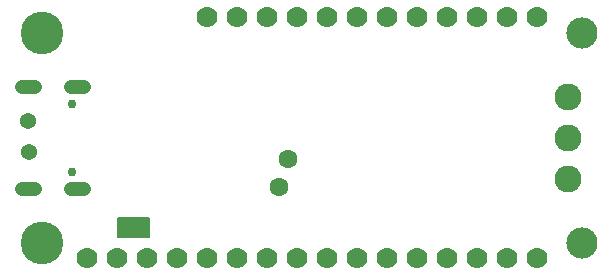
<source format=gbr>
G04 EAGLE Gerber RS-274X export*
G75*
%MOMM*%
%FSLAX34Y34*%
%LPD*%
%INSoldermask Bottom*%
%IPPOS*%
%AMOC8*
5,1,8,0,0,1.08239X$1,22.5*%
G01*
%ADD10C,2.641600*%
%ADD11C,3.617600*%
%ADD12C,1.778000*%
%ADD13C,1.601600*%
%ADD14C,2.286000*%
%ADD15C,1.371600*%
%ADD16C,1.209600*%
%ADD17C,0.751600*%

G36*
X115688Y29226D02*
X115688Y29226D01*
X115807Y29233D01*
X115845Y29246D01*
X115886Y29251D01*
X115996Y29294D01*
X116109Y29331D01*
X116144Y29353D01*
X116181Y29368D01*
X116277Y29438D01*
X116378Y29501D01*
X116406Y29531D01*
X116439Y29554D01*
X116515Y29646D01*
X116596Y29733D01*
X116616Y29768D01*
X116641Y29799D01*
X116692Y29907D01*
X116750Y30011D01*
X116760Y30051D01*
X116777Y30087D01*
X116799Y30204D01*
X116829Y30319D01*
X116833Y30380D01*
X116837Y30400D01*
X116835Y30420D01*
X116839Y30480D01*
X116839Y45720D01*
X116824Y45838D01*
X116817Y45957D01*
X116804Y45995D01*
X116799Y46036D01*
X116756Y46146D01*
X116719Y46259D01*
X116697Y46294D01*
X116682Y46331D01*
X116613Y46427D01*
X116549Y46528D01*
X116519Y46556D01*
X116496Y46589D01*
X116404Y46665D01*
X116317Y46746D01*
X116282Y46766D01*
X116251Y46791D01*
X116143Y46842D01*
X116039Y46900D01*
X115999Y46910D01*
X115963Y46927D01*
X115846Y46949D01*
X115731Y46979D01*
X115671Y46983D01*
X115651Y46987D01*
X115630Y46985D01*
X115570Y46989D01*
X90170Y46989D01*
X90052Y46974D01*
X89933Y46967D01*
X89895Y46954D01*
X89854Y46949D01*
X89744Y46906D01*
X89631Y46869D01*
X89596Y46847D01*
X89559Y46832D01*
X89463Y46763D01*
X89362Y46699D01*
X89334Y46669D01*
X89301Y46646D01*
X89226Y46554D01*
X89144Y46467D01*
X89124Y46432D01*
X89099Y46401D01*
X89048Y46293D01*
X88990Y46189D01*
X88980Y46149D01*
X88963Y46113D01*
X88941Y45996D01*
X88911Y45881D01*
X88907Y45821D01*
X88903Y45801D01*
X88904Y45794D01*
X88903Y45792D01*
X88904Y45776D01*
X88901Y45720D01*
X88901Y30480D01*
X88916Y30362D01*
X88923Y30243D01*
X88936Y30205D01*
X88941Y30164D01*
X88984Y30054D01*
X89021Y29941D01*
X89043Y29906D01*
X89058Y29869D01*
X89128Y29773D01*
X89191Y29672D01*
X89221Y29644D01*
X89244Y29611D01*
X89336Y29536D01*
X89423Y29454D01*
X89458Y29434D01*
X89489Y29409D01*
X89597Y29358D01*
X89701Y29300D01*
X89741Y29290D01*
X89777Y29273D01*
X89894Y29251D01*
X90009Y29221D01*
X90070Y29217D01*
X90090Y29213D01*
X90110Y29215D01*
X90170Y29211D01*
X115570Y29211D01*
X115688Y29226D01*
G37*
D10*
X482600Y203200D03*
X482600Y25400D03*
D11*
X25400Y203200D03*
X25400Y25400D03*
D12*
X444500Y12700D03*
X419100Y12700D03*
X393700Y12700D03*
X368300Y12700D03*
X342900Y12700D03*
X317500Y12700D03*
X292100Y12700D03*
X266700Y12700D03*
X241300Y12700D03*
X215900Y12700D03*
X190500Y12700D03*
X165100Y12700D03*
X139700Y12700D03*
X114300Y12700D03*
X88900Y12700D03*
X63500Y12700D03*
X165100Y216535D03*
X190500Y216535D03*
X215900Y216535D03*
X241300Y216535D03*
X266700Y216535D03*
X292100Y216535D03*
X317500Y216535D03*
X342900Y216535D03*
X368300Y216535D03*
X393700Y216535D03*
X419100Y216535D03*
X444500Y216535D03*
D13*
X233680Y96520D03*
X226060Y73025D03*
D14*
X471170Y149300D03*
X471170Y114300D03*
X471170Y79300D03*
D15*
X14605Y102235D03*
X13970Y128270D03*
D16*
X19475Y157500D02*
X8395Y157500D01*
X8395Y71100D02*
X19475Y71100D01*
X50195Y71100D02*
X61275Y71100D01*
X61275Y157500D02*
X50195Y157500D01*
D17*
X50735Y85400D03*
X50735Y143200D03*
M02*

</source>
